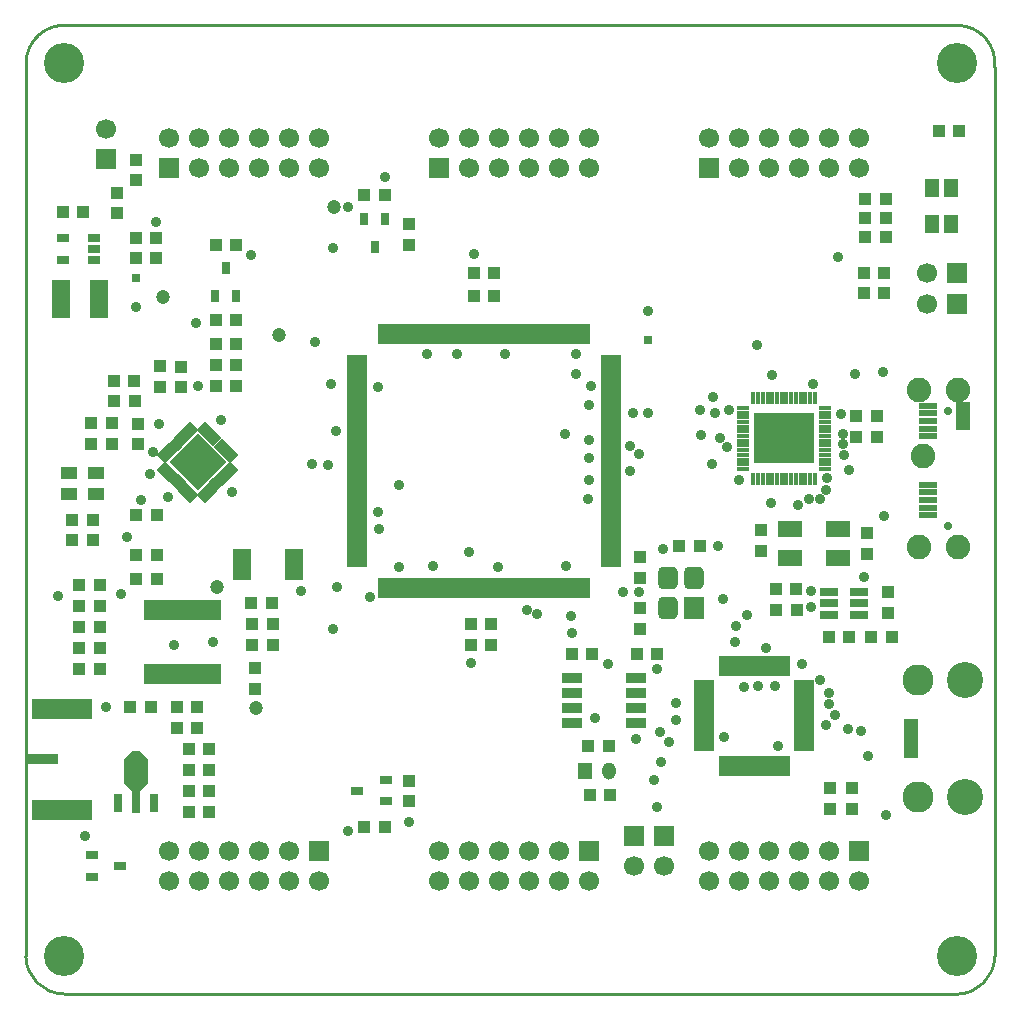
<source format=gts>
G04*
G04 #@! TF.GenerationSoftware,Altium Limited,Altium Designer,20.2.5 (213)*
G04*
G04 Layer_Color=8388736*
%FSLAX42Y42*%
%MOMM*%
G71*
G04*
G04 #@! TF.SameCoordinates,314019C8-8427-4676-9664-B8FEBD72C539*
G04*
G04*
G04 #@! TF.FilePolarity,Negative*
G04*
G01*
G75*
%ADD13C,0.25*%
%ADD55R,1.00X1.00*%
%ADD56R,1.20X1.47*%
%ADD57O,1.20X1.47*%
%ADD58R,1.00X1.00*%
%ADD59R,0.80X0.80*%
G04:AMPARAMS|DCode=60|XSize=0.8mm|YSize=0.8mm|CornerRadius=0.25mm|HoleSize=0mm|Usage=FLASHONLY|Rotation=270.000|XOffset=0mm|YOffset=0mm|HoleType=Round|Shape=RoundedRectangle|*
%AMROUNDEDRECTD60*
21,1,0.80,0.30,0,0,270.0*
21,1,0.30,0.80,0,0,270.0*
1,1,0.50,-0.15,-0.15*
1,1,0.50,-0.15,0.15*
1,1,0.50,0.15,0.15*
1,1,0.50,0.15,-0.15*
%
%ADD60ROUNDEDRECTD60*%
%ADD61R,0.50X1.68*%
%ADD62R,1.68X0.50*%
%ADD63R,0.40X1.05*%
%ADD64R,1.05X0.40*%
%ADD65R,5.05X4.25*%
%ADD66R,1.60X0.80*%
%ADD67R,1.73X0.85*%
%ADD68R,1.18X2.38*%
%ADD69R,1.55X0.60*%
%ADD70R,1.30X0.65*%
%ADD71R,5.10X1.80*%
%ADD72R,2.55X0.90*%
%ADD73R,1.30X1.60*%
%ADD74R,1.05X0.80*%
%ADD75R,0.80X1.05*%
%ADD76R,2.00X1.40*%
G04:AMPARAMS|DCode=77|XSize=1.9mm|YSize=1.7mm|CornerRadius=0.48mm|HoleSize=0mm|Usage=FLASHONLY|Rotation=90.000|XOffset=0mm|YOffset=0mm|HoleType=Round|Shape=RoundedRectangle|*
%AMROUNDEDRECTD77*
21,1,1.90,0.75,0,0,90.0*
21,1,0.95,1.70,0,0,90.0*
1,1,0.95,0.38,0.48*
1,1,0.95,0.38,-0.48*
1,1,0.95,-0.38,-0.48*
1,1,0.95,-0.38,0.48*
%
%ADD77ROUNDEDRECTD77*%
%ADD78R,1.70X1.90*%
%ADD79R,1.45X1.10*%
%ADD80R,1.50X3.20*%
%ADD81C,1.20*%
%ADD82R,0.64X1.72*%
%ADD83P,4.89X4X90.0*%
G04:AMPARAMS|DCode=84|XSize=1.02mm|YSize=0.51mm|CornerRadius=0mm|HoleSize=0mm|Usage=FLASHONLY|Rotation=135.000|XOffset=0mm|YOffset=0mm|HoleType=Round|Shape=Rectangle|*
%AMROTATEDRECTD84*
4,1,4,0.54,-0.18,0.18,-0.54,-0.54,0.18,-0.18,0.54,0.54,-0.18,0.0*
%
%ADD84ROTATEDRECTD84*%

G04:AMPARAMS|DCode=85|XSize=1.02mm|YSize=0.51mm|CornerRadius=0mm|HoleSize=0mm|Usage=FLASHONLY|Rotation=45.000|XOffset=0mm|YOffset=0mm|HoleType=Round|Shape=Rectangle|*
%AMROTATEDRECTD85*
4,1,4,-0.18,-0.54,-0.54,-0.18,0.18,0.54,0.54,0.18,-0.18,-0.54,0.0*
%
%ADD85ROTATEDRECTD85*%

%ADD86R,1.10X0.75*%
%ADD87R,0.80X1.60*%
%ADD88R,0.80X2.00*%
%ADD89R,1.60X0.65*%
%ADD90C,0.70*%
%ADD91C,2.08*%
%ADD92C,2.63*%
%ADD93C,3.05*%
%ADD94C,1.70*%
%ADD95R,1.70X1.70*%
%ADD96R,1.70X1.70*%
%ADD97C,3.40*%
%ADD98C,0.91*%
G36*
X3562Y4654D02*
X3563Y4654D01*
X3564Y4654D01*
X3566Y4653D01*
X3567Y4652D01*
X3568Y4651D01*
X3633Y4586D01*
X3634Y4585D01*
X3634Y4584D01*
X3635Y4583D01*
X3635Y4582D01*
X3636Y4581D01*
X3636Y4579D01*
Y4389D01*
X3636Y4388D01*
X3635Y4387D01*
X3635Y4385D01*
X3634Y4384D01*
X3634Y4383D01*
X3633Y4382D01*
X3568Y4317D01*
X3567Y4316D01*
X3566Y4315D01*
X3564Y4315D01*
X3563Y4314D01*
X3562Y4314D01*
X3561Y4314D01*
X3501D01*
X3499Y4314D01*
X3498Y4314D01*
X3497Y4315D01*
X3496Y4315D01*
X3494Y4316D01*
X3493Y4317D01*
X3428Y4382D01*
X3428Y4383D01*
X3427Y4384D01*
X3426Y4385D01*
X3426Y4387D01*
X3426Y4388D01*
X3425Y4389D01*
Y4579D01*
X3426Y4581D01*
X3426Y4582D01*
X3426Y4583D01*
X3427Y4584D01*
X3428Y4585D01*
X3428Y4586D01*
X3493Y4651D01*
X3494Y4652D01*
X3496Y4653D01*
X3497Y4654D01*
X3498Y4654D01*
X3499Y4654D01*
X3501Y4654D01*
X3561D01*
X3562Y4654D01*
D02*
G37*
D13*
X10799Y10444D02*
G03*
X10483Y10801I-316J38D01*
G01*
X10480Y2597D02*
G03*
X10801Y2921I-3J324D01*
G01*
X2597Y2921D02*
G03*
X2921Y2600I324J3D01*
G01*
X2962Y10799D02*
G03*
X2600Y10478I-39J-321D01*
G01*
X2962Y10799D02*
X2962Y10799D01*
X2598Y2921D02*
X2600Y10478D01*
X2921Y2600D02*
X10480Y2597D01*
X2911Y10800D02*
X10483Y10801D01*
X10800Y10444D02*
X10801Y2921D01*
D55*
X7536Y4696D02*
D03*
X7361D02*
D03*
X7547Y4282D02*
D03*
X7372D02*
D03*
X6364Y5728D02*
D03*
X6539D02*
D03*
X6389Y8509D02*
D03*
X6564D02*
D03*
X9629Y7315D02*
D03*
X9804D02*
D03*
X9629Y7493D02*
D03*
X9804D02*
D03*
X5639Y4013D02*
D03*
X5464D02*
D03*
X5639Y9360D02*
D03*
X5464D02*
D03*
X9569Y5621D02*
D03*
X9394D02*
D03*
X4380Y8304D02*
D03*
X4205D02*
D03*
X4205Y8940D02*
D03*
X4380D02*
D03*
X10501Y9906D02*
D03*
X10326D02*
D03*
X9692Y8700D02*
D03*
X9867D02*
D03*
X9692Y8534D02*
D03*
X9867D02*
D03*
X6364Y5550D02*
D03*
X6539D02*
D03*
X6390Y8700D02*
D03*
X6565D02*
D03*
X8129Y6388D02*
D03*
X8304D02*
D03*
X9704Y9004D02*
D03*
X9879D02*
D03*
X3976Y4318D02*
D03*
X4151D02*
D03*
X3976Y4496D02*
D03*
X4151D02*
D03*
X3656Y5029D02*
D03*
X3481D02*
D03*
X4381Y7925D02*
D03*
X4206D02*
D03*
X3224Y5347D02*
D03*
X3049D02*
D03*
X4381Y7747D02*
D03*
X4206D02*
D03*
X9879Y9169D02*
D03*
X9704D02*
D03*
X9879Y9334D02*
D03*
X9704D02*
D03*
X9755Y5620D02*
D03*
X9930D02*
D03*
X8950Y5847D02*
D03*
X9125D02*
D03*
X8947Y6032D02*
D03*
X9122D02*
D03*
X7220Y5481D02*
D03*
X7395D02*
D03*
X7944Y5476D02*
D03*
X7769D02*
D03*
X3533Y6655D02*
D03*
X3708D02*
D03*
X3224Y5880D02*
D03*
X3049D02*
D03*
X3224Y5525D02*
D03*
X3049D02*
D03*
X3515Y7785D02*
D03*
X3340D02*
D03*
X3875Y4851D02*
D03*
X4050D02*
D03*
X3875Y5029D02*
D03*
X4050D02*
D03*
X4508Y5906D02*
D03*
X4683D02*
D03*
X4511Y5550D02*
D03*
X4686D02*
D03*
X2910Y9220D02*
D03*
X3085D02*
D03*
X3224Y6058D02*
D03*
X3049D02*
D03*
X3049Y5702D02*
D03*
X3224D02*
D03*
X3977Y4140D02*
D03*
X4152D02*
D03*
X4205Y8103D02*
D03*
X4380D02*
D03*
X4151Y4674D02*
D03*
X3976D02*
D03*
X4511Y5728D02*
D03*
X4686D02*
D03*
X3708Y6312D02*
D03*
X3533D02*
D03*
X3708Y6109D02*
D03*
X3533D02*
D03*
X3152Y7252D02*
D03*
X3327D02*
D03*
X3151Y7430D02*
D03*
X3326D02*
D03*
X3518Y7620D02*
D03*
X3343D02*
D03*
D56*
X7330Y4491D02*
D03*
D57*
X7534D02*
D03*
D58*
X8826Y6350D02*
D03*
Y6525D02*
D03*
X9716Y6326D02*
D03*
Y6501D02*
D03*
X7798Y5691D02*
D03*
Y5866D02*
D03*
X9589Y4167D02*
D03*
Y4342D02*
D03*
X9408Y4167D02*
D03*
Y4342D02*
D03*
X5842Y4230D02*
D03*
Y4405D02*
D03*
Y8942D02*
D03*
Y9117D02*
D03*
X7798Y6123D02*
D03*
Y6298D02*
D03*
X4534Y5183D02*
D03*
Y5358D02*
D03*
X9901Y5828D02*
D03*
Y6003D02*
D03*
X3162Y6440D02*
D03*
Y6615D02*
D03*
X2985Y6440D02*
D03*
Y6615D02*
D03*
X3543Y7427D02*
D03*
Y7252D02*
D03*
X3734Y7737D02*
D03*
Y7912D02*
D03*
X3531Y9003D02*
D03*
Y8828D02*
D03*
X3366Y9384D02*
D03*
Y9209D02*
D03*
X3531Y9663D02*
D03*
Y9488D02*
D03*
X3912Y7734D02*
D03*
Y7909D02*
D03*
X3696Y8828D02*
D03*
Y9003D02*
D03*
D59*
X7861Y8137D02*
D03*
X3531Y8661D02*
D03*
D60*
X7861Y8382D02*
D03*
X3531Y8416D02*
D03*
D61*
X5602Y8186D02*
D03*
X5652D02*
D03*
X5702D02*
D03*
X5752D02*
D03*
X5802D02*
D03*
X5852D02*
D03*
X5902D02*
D03*
X5952D02*
D03*
X6002D02*
D03*
X6052D02*
D03*
X6102D02*
D03*
X6152D02*
D03*
X6202D02*
D03*
X6252D02*
D03*
X6302D02*
D03*
X6352D02*
D03*
X6402D02*
D03*
X6452D02*
D03*
X6502D02*
D03*
X6552D02*
D03*
X6602D02*
D03*
X6652D02*
D03*
X6702D02*
D03*
X6752D02*
D03*
X6802D02*
D03*
X6852D02*
D03*
X6902D02*
D03*
X6952D02*
D03*
X7002D02*
D03*
X7052D02*
D03*
X7102D02*
D03*
X7152D02*
D03*
X7202D02*
D03*
X7252D02*
D03*
X7302D02*
D03*
X7352D02*
D03*
Y6038D02*
D03*
X7302D02*
D03*
X7252D02*
D03*
X7202D02*
D03*
X7152D02*
D03*
X7102D02*
D03*
X7052D02*
D03*
X7002D02*
D03*
X6952D02*
D03*
X6902D02*
D03*
X6852D02*
D03*
X6802D02*
D03*
X6752D02*
D03*
X6702D02*
D03*
X6652D02*
D03*
X6602D02*
D03*
X6552D02*
D03*
X6502D02*
D03*
X6452D02*
D03*
X6402D02*
D03*
X6352D02*
D03*
X6302D02*
D03*
X6252D02*
D03*
X6202D02*
D03*
X6152D02*
D03*
X6102D02*
D03*
X6052D02*
D03*
X6002D02*
D03*
X5952D02*
D03*
X5902D02*
D03*
X5852D02*
D03*
X5802D02*
D03*
X5752D02*
D03*
X5702D02*
D03*
X5652D02*
D03*
X5602D02*
D03*
X9038Y5377D02*
D03*
X8988D02*
D03*
X8938D02*
D03*
X8888D02*
D03*
X8838D02*
D03*
X8788D02*
D03*
X8738D02*
D03*
X8688D02*
D03*
X8638D02*
D03*
X8588D02*
D03*
X8538D02*
D03*
X8488D02*
D03*
Y4529D02*
D03*
X8538D02*
D03*
X8588D02*
D03*
X8638D02*
D03*
X8688D02*
D03*
X8738D02*
D03*
X8788D02*
D03*
X8838D02*
D03*
X8888D02*
D03*
X8938D02*
D03*
X8988D02*
D03*
X9038D02*
D03*
D62*
X7551Y7987D02*
D03*
Y7937D02*
D03*
Y7887D02*
D03*
Y7837D02*
D03*
Y7787D02*
D03*
Y7737D02*
D03*
Y7687D02*
D03*
Y7637D02*
D03*
Y7587D02*
D03*
Y7537D02*
D03*
Y7487D02*
D03*
Y7437D02*
D03*
Y7387D02*
D03*
Y7337D02*
D03*
Y7287D02*
D03*
Y7237D02*
D03*
Y7187D02*
D03*
Y7137D02*
D03*
Y7087D02*
D03*
Y7037D02*
D03*
Y6987D02*
D03*
Y6937D02*
D03*
Y6887D02*
D03*
Y6837D02*
D03*
Y6787D02*
D03*
Y6737D02*
D03*
Y6687D02*
D03*
Y6637D02*
D03*
Y6587D02*
D03*
Y6537D02*
D03*
Y6487D02*
D03*
Y6437D02*
D03*
Y6387D02*
D03*
Y6337D02*
D03*
Y6287D02*
D03*
Y6237D02*
D03*
X5403D02*
D03*
Y6287D02*
D03*
Y6337D02*
D03*
Y6387D02*
D03*
Y6437D02*
D03*
Y6487D02*
D03*
Y6537D02*
D03*
Y6587D02*
D03*
Y6637D02*
D03*
Y6687D02*
D03*
Y6737D02*
D03*
Y6787D02*
D03*
Y6837D02*
D03*
Y6887D02*
D03*
Y6937D02*
D03*
Y6987D02*
D03*
Y7037D02*
D03*
Y7087D02*
D03*
Y7137D02*
D03*
Y7187D02*
D03*
Y7237D02*
D03*
Y7287D02*
D03*
Y7337D02*
D03*
Y7387D02*
D03*
Y7437D02*
D03*
Y7487D02*
D03*
Y7537D02*
D03*
Y7587D02*
D03*
Y7637D02*
D03*
Y7687D02*
D03*
Y7737D02*
D03*
Y7787D02*
D03*
Y7837D02*
D03*
Y7887D02*
D03*
Y7937D02*
D03*
Y7987D02*
D03*
X8339Y5228D02*
D03*
Y5178D02*
D03*
Y5128D02*
D03*
Y5078D02*
D03*
Y5028D02*
D03*
Y4978D02*
D03*
Y4928D02*
D03*
Y4878D02*
D03*
Y4828D02*
D03*
Y4778D02*
D03*
Y4728D02*
D03*
Y4678D02*
D03*
X9187D02*
D03*
Y4728D02*
D03*
Y4778D02*
D03*
Y4828D02*
D03*
Y4878D02*
D03*
Y4928D02*
D03*
Y4978D02*
D03*
Y5028D02*
D03*
Y5078D02*
D03*
Y5128D02*
D03*
Y5178D02*
D03*
Y5228D02*
D03*
D63*
X8757Y6957D02*
D03*
X8797D02*
D03*
X8837D02*
D03*
X8877D02*
D03*
X8917D02*
D03*
X8957D02*
D03*
X8997D02*
D03*
X9037D02*
D03*
X9077D02*
D03*
X9117D02*
D03*
X9157D02*
D03*
X9197D02*
D03*
X9237D02*
D03*
X9277D02*
D03*
Y7647D02*
D03*
X9237D02*
D03*
X9197D02*
D03*
X9157D02*
D03*
X9117D02*
D03*
X9077D02*
D03*
X9037D02*
D03*
X8997D02*
D03*
X8957D02*
D03*
X8917D02*
D03*
X8877D02*
D03*
X8837D02*
D03*
X8797D02*
D03*
X8757D02*
D03*
D64*
X9362Y7043D02*
D03*
Y7082D02*
D03*
Y7122D02*
D03*
Y7162D02*
D03*
Y7203D02*
D03*
Y7243D02*
D03*
Y7282D02*
D03*
Y7322D02*
D03*
Y7362D02*
D03*
Y7403D02*
D03*
Y7443D02*
D03*
Y7482D02*
D03*
Y7522D02*
D03*
Y7562D02*
D03*
X8672D02*
D03*
Y7522D02*
D03*
Y7482D02*
D03*
Y7443D02*
D03*
Y7403D02*
D03*
Y7362D02*
D03*
Y7322D02*
D03*
Y7282D02*
D03*
Y7243D02*
D03*
Y7203D02*
D03*
Y7162D02*
D03*
Y7122D02*
D03*
Y7082D02*
D03*
Y7043D02*
D03*
D65*
X9017Y7303D02*
D03*
D66*
X9650Y5810D02*
D03*
Y5906D02*
D03*
Y6001D02*
D03*
X9400D02*
D03*
Y5906D02*
D03*
Y5810D02*
D03*
D67*
X7222Y5271D02*
D03*
Y5144D02*
D03*
Y5017D02*
D03*
Y4890D02*
D03*
X7764D02*
D03*
Y5017D02*
D03*
Y5144D02*
D03*
Y5271D02*
D03*
D68*
X10532Y7493D02*
D03*
D69*
X10235Y7581D02*
D03*
Y7516D02*
D03*
Y7451D02*
D03*
Y7386D02*
D03*
Y7321D02*
D03*
Y6911D02*
D03*
Y6846D02*
D03*
Y6781D02*
D03*
Y6716D02*
D03*
Y6651D02*
D03*
D70*
X10096Y4629D02*
D03*
Y4694D02*
D03*
Y4760D02*
D03*
Y4824D02*
D03*
Y4890D02*
D03*
D71*
X2901Y4160D02*
D03*
Y5010D02*
D03*
D72*
X2743Y4585D02*
D03*
D73*
X10431Y9421D02*
D03*
X10271D02*
D03*
X10431Y9121D02*
D03*
X10271D02*
D03*
D74*
X5404Y4318D02*
D03*
X5644Y4407D02*
D03*
Y4229D02*
D03*
X3397Y3683D02*
D03*
X3157Y3588D02*
D03*
Y3778D02*
D03*
D75*
X5550Y8922D02*
D03*
X5461Y9162D02*
D03*
X5639D02*
D03*
X4203Y8509D02*
D03*
X4381D02*
D03*
X4292Y8749D02*
D03*
D76*
X9071Y6533D02*
D03*
X9471D02*
D03*
Y6294D02*
D03*
X9071D02*
D03*
D77*
X8031Y5867D02*
D03*
Y6121D02*
D03*
X8251D02*
D03*
D78*
Y5867D02*
D03*
D79*
X2959Y6833D02*
D03*
Y7013D02*
D03*
X3188Y6833D02*
D03*
Y7013D02*
D03*
D80*
X3217Y8484D02*
D03*
X2896D02*
D03*
D81*
X4547Y5017D02*
D03*
X4216Y6045D02*
D03*
X3759Y8496D02*
D03*
X5207Y9258D02*
D03*
X4737Y8179D02*
D03*
D82*
X3636Y5847D02*
D03*
X3700D02*
D03*
X3764D02*
D03*
X3828D02*
D03*
X3892D02*
D03*
X3956D02*
D03*
X4020D02*
D03*
X4084D02*
D03*
X4148D02*
D03*
X4212D02*
D03*
Y5304D02*
D03*
X4148D02*
D03*
X4084D02*
D03*
X4020D02*
D03*
X3956D02*
D03*
X3892D02*
D03*
X3828D02*
D03*
X3764D02*
D03*
X3700D02*
D03*
X3636D02*
D03*
D83*
X4051Y7099D02*
D03*
D84*
X3759Y7144D02*
D03*
X3794Y7180D02*
D03*
X3829Y7214D02*
D03*
X3865Y7250D02*
D03*
X3900Y7286D02*
D03*
X3936Y7322D02*
D03*
X3970Y7356D02*
D03*
X4006Y7392D02*
D03*
X4344Y7054D02*
D03*
X4308Y7018D02*
D03*
X4274Y6984D02*
D03*
X4238Y6948D02*
D03*
X4202Y6913D02*
D03*
X4166Y6877D02*
D03*
X4132Y6842D02*
D03*
X4096Y6807D02*
D03*
D85*
Y7392D02*
D03*
X4132Y7356D02*
D03*
X4166Y7322D02*
D03*
X4202Y7286D02*
D03*
X4238Y7250D02*
D03*
X4274Y7214D02*
D03*
X4308Y7180D02*
D03*
X4344Y7144D02*
D03*
X4006Y6807D02*
D03*
X3970Y6842D02*
D03*
X3936Y6877D02*
D03*
X3900Y6913D02*
D03*
X3865Y6948D02*
D03*
X3829Y6984D02*
D03*
X3794Y7018D02*
D03*
X3759Y7054D02*
D03*
D86*
X2908Y8814D02*
D03*
X3177D02*
D03*
Y8908D02*
D03*
X2908Y9002D02*
D03*
X3177D02*
D03*
D87*
X3681Y4214D02*
D03*
X3381D02*
D03*
D88*
X3531Y4234D02*
D03*
D89*
X4428Y6138D02*
D03*
Y6203D02*
D03*
Y6268D02*
D03*
Y6333D02*
D03*
X4868D02*
D03*
Y6268D02*
D03*
Y6203D02*
D03*
Y6138D02*
D03*
D90*
X10407Y7539D02*
D03*
Y6558D02*
D03*
D91*
X10157Y6383D02*
D03*
X10197Y7158D02*
D03*
X10157Y7714D02*
D03*
X10493D02*
D03*
Y6383D02*
D03*
D92*
X10149Y4265D02*
D03*
Y5254D02*
D03*
D93*
X10549Y4265D02*
D03*
Y5254D02*
D03*
D94*
X10224Y8700D02*
D03*
Y8440D02*
D03*
X7747Y3683D02*
D03*
X8001D02*
D03*
X5080Y3556D02*
D03*
X4826Y3810D02*
D03*
X4572D02*
D03*
X4318D02*
D03*
X4064D02*
D03*
X3810D02*
D03*
X4826Y3556D02*
D03*
X4572D02*
D03*
X4318D02*
D03*
X4064D02*
D03*
X3810D02*
D03*
X6096D02*
D03*
X6350D02*
D03*
X6604D02*
D03*
X6858D02*
D03*
X7112D02*
D03*
X6096Y3810D02*
D03*
X6350D02*
D03*
X6604D02*
D03*
X6858D02*
D03*
X7112D02*
D03*
X7366Y3556D02*
D03*
X8382D02*
D03*
X8636D02*
D03*
X8890D02*
D03*
X9144D02*
D03*
X9398D02*
D03*
X8382Y3810D02*
D03*
X8636D02*
D03*
X8890D02*
D03*
X9144D02*
D03*
X9398D02*
D03*
X9652Y3556D02*
D03*
X5080Y9843D02*
D03*
X4826D02*
D03*
X4572D02*
D03*
X4318D02*
D03*
X4064D02*
D03*
X5080Y9589D02*
D03*
X4826D02*
D03*
X4572D02*
D03*
X4318D02*
D03*
X4064D02*
D03*
X3810Y9843D02*
D03*
X7366D02*
D03*
X7112D02*
D03*
X6858D02*
D03*
X6604D02*
D03*
X6350D02*
D03*
X7366Y9589D02*
D03*
X7112D02*
D03*
X6858D02*
D03*
X6604D02*
D03*
X6350D02*
D03*
X6096Y9843D02*
D03*
X9652D02*
D03*
X9398D02*
D03*
X9144D02*
D03*
X8890D02*
D03*
X8636D02*
D03*
X9652Y9589D02*
D03*
X9398D02*
D03*
X9144D02*
D03*
X8890D02*
D03*
X8636D02*
D03*
X8382Y9843D02*
D03*
X3277Y9919D02*
D03*
D95*
X10478Y8700D02*
D03*
Y8440D02*
D03*
X5080Y3810D02*
D03*
X7366D02*
D03*
X9652D02*
D03*
X3810Y9589D02*
D03*
X6096D02*
D03*
X8382D02*
D03*
D96*
X7747Y3937D02*
D03*
X8001D02*
D03*
X3277Y9665D02*
D03*
D97*
X10478Y2921D02*
D03*
Y10478D02*
D03*
X2921D02*
D03*
Y2921D02*
D03*
D98*
X7968Y4818D02*
D03*
X7790Y6002D02*
D03*
X7650Y6000D02*
D03*
X8103Y4917D02*
D03*
X8100Y5065D02*
D03*
X7973Y4564D02*
D03*
X7920Y4409D02*
D03*
X8039Y4732D02*
D03*
X7938Y4178D02*
D03*
X9619Y7846D02*
D03*
X9665Y4826D02*
D03*
X9555Y4843D02*
D03*
X5194Y5690D02*
D03*
X5512Y5956D02*
D03*
X7379Y7747D02*
D03*
X8704Y5805D02*
D03*
X9855Y7861D02*
D03*
X5220Y7366D02*
D03*
X9881Y4115D02*
D03*
X5639Y9512D02*
D03*
X3099Y3937D02*
D03*
X9474Y8839D02*
D03*
X9258Y7760D02*
D03*
X8785Y8093D02*
D03*
X6350Y6337D02*
D03*
X4508Y8852D02*
D03*
X5194Y8915D02*
D03*
X3696Y9131D02*
D03*
X3277Y5029D02*
D03*
X5753Y6909D02*
D03*
X6388Y8865D02*
D03*
X5321Y9258D02*
D03*
X7252Y7849D02*
D03*
X7163Y7341D02*
D03*
X7252Y8014D02*
D03*
X5994D02*
D03*
X6250D02*
D03*
X5842Y4051D02*
D03*
X5321Y3975D02*
D03*
X8611Y5715D02*
D03*
X8598Y5575D02*
D03*
X8497Y5944D02*
D03*
X8458Y6388D02*
D03*
X9169Y5397D02*
D03*
X7988Y6363D02*
D03*
X7362Y7286D02*
D03*
X7175Y6223D02*
D03*
X7358Y6790D02*
D03*
X6597Y6218D02*
D03*
X8509Y4775D02*
D03*
X9322Y5258D02*
D03*
X9449Y4959D02*
D03*
X7529Y5395D02*
D03*
X7219Y5657D02*
D03*
X7940Y5347D02*
D03*
X6924Y5817D02*
D03*
X6840Y5852D02*
D03*
X7419Y4935D02*
D03*
X7216Y5799D02*
D03*
X7764Y4762D02*
D03*
X6364Y5399D02*
D03*
X8682Y5202D02*
D03*
X9726Y4618D02*
D03*
X8799Y5204D02*
D03*
X8865Y5532D02*
D03*
X8941Y5210D02*
D03*
X9401Y5050D02*
D03*
X9398Y5146D02*
D03*
X9698Y6132D02*
D03*
X9246Y5878D02*
D03*
X9248Y6015D02*
D03*
X9860Y6650D02*
D03*
X9139Y6739D02*
D03*
X8909Y6757D02*
D03*
X9384Y6968D02*
D03*
X9525Y7163D02*
D03*
X9373Y6870D02*
D03*
X9319Y6787D02*
D03*
X9225D02*
D03*
X9512Y7252D02*
D03*
X9563Y7036D02*
D03*
X9512Y7341D02*
D03*
X8966Y4699D02*
D03*
X9373Y4877D02*
D03*
X9500Y7506D02*
D03*
X8636Y6947D02*
D03*
X9169Y7188D02*
D03*
X8865D02*
D03*
X9017Y7303D02*
D03*
X8865Y7417D02*
D03*
X9169D02*
D03*
X8407Y7087D02*
D03*
X7709Y7023D02*
D03*
X8318Y7328D02*
D03*
X7785Y7175D02*
D03*
X8306Y7544D02*
D03*
X8413Y7654D02*
D03*
X8433Y7518D02*
D03*
X7861D02*
D03*
X7734D02*
D03*
X7709Y7239D02*
D03*
X8552Y7544D02*
D03*
X7366Y7582D02*
D03*
Y7137D02*
D03*
Y6947D02*
D03*
X8471Y7303D02*
D03*
X8534Y7226D02*
D03*
X8915Y7836D02*
D03*
X6655Y8014D02*
D03*
X5182Y7760D02*
D03*
X6049Y6219D02*
D03*
X5753Y6210D02*
D03*
X5588Y6540D02*
D03*
X5575Y6680D02*
D03*
Y7734D02*
D03*
X5042Y8115D02*
D03*
X3569Y6782D02*
D03*
X4928Y6007D02*
D03*
X2870Y5969D02*
D03*
X4178Y5575D02*
D03*
X5232Y6045D02*
D03*
X3404Y5982D02*
D03*
X3454Y6464D02*
D03*
X5017Y7087D02*
D03*
X5156Y7074D02*
D03*
X4343Y6845D02*
D03*
X4051Y7747D02*
D03*
X4254Y7455D02*
D03*
X4191Y7099D02*
D03*
X4051Y6960D02*
D03*
Y7239D02*
D03*
X3912Y7099D02*
D03*
X3797Y6807D02*
D03*
X3721Y7429D02*
D03*
X3670Y7188D02*
D03*
X3848Y5550D02*
D03*
X3645Y6998D02*
D03*
X4039Y8280D02*
D03*
M02*

</source>
